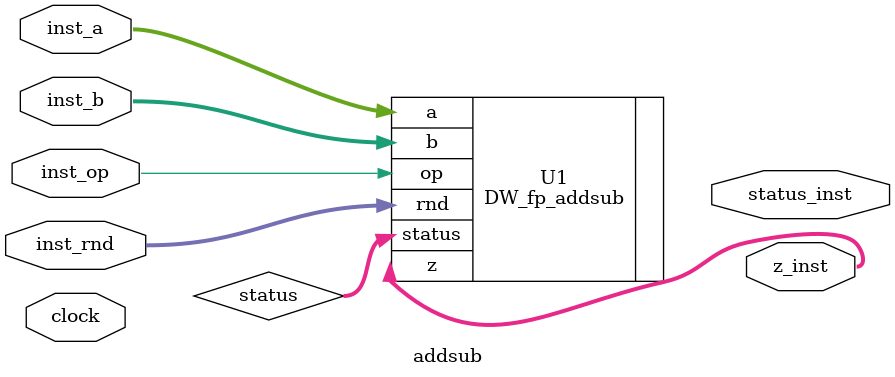
<source format=v>
`include "/afs/eos.ncsu.edu/dist/synopsys2013/syn/dw/sim_ver/DW_fp_addsub.v"


module addsub( clock, inst_a, inst_b, inst_rnd, inst_op, z_inst, status_inst);

parameter sig_width = 17;
parameter exp_width = 6;
parameter ieee_compliance = 0;

input clock;
input [sig_width+exp_width : 0] inst_a;
input [sig_width+exp_width : 0] inst_b;
input [2 : 0] inst_rnd;
input inst_op;
output [sig_width+exp_width : 0] z_inst;
output [7 : 0] status_inst;

wire [sig_width+exp_width : 0] z_inst;
wire [sig_width+exp_width : 0] z;

reg [7 : 0] status_inst;
wire [7 : 0] status;


//always@(posedge clock)
//begin
//	z_inst<=z;
//	status_inst<=status;
//end
    // Instance of DW_fp_addsub

    DW_fp_addsub #(sig_width, exp_width, ieee_compliance)
	  U1 ( .a(inst_a), .b(inst_b), .rnd(inst_rnd), .op(inst_op), .z(z_inst), .status(status));


endmodule

</source>
